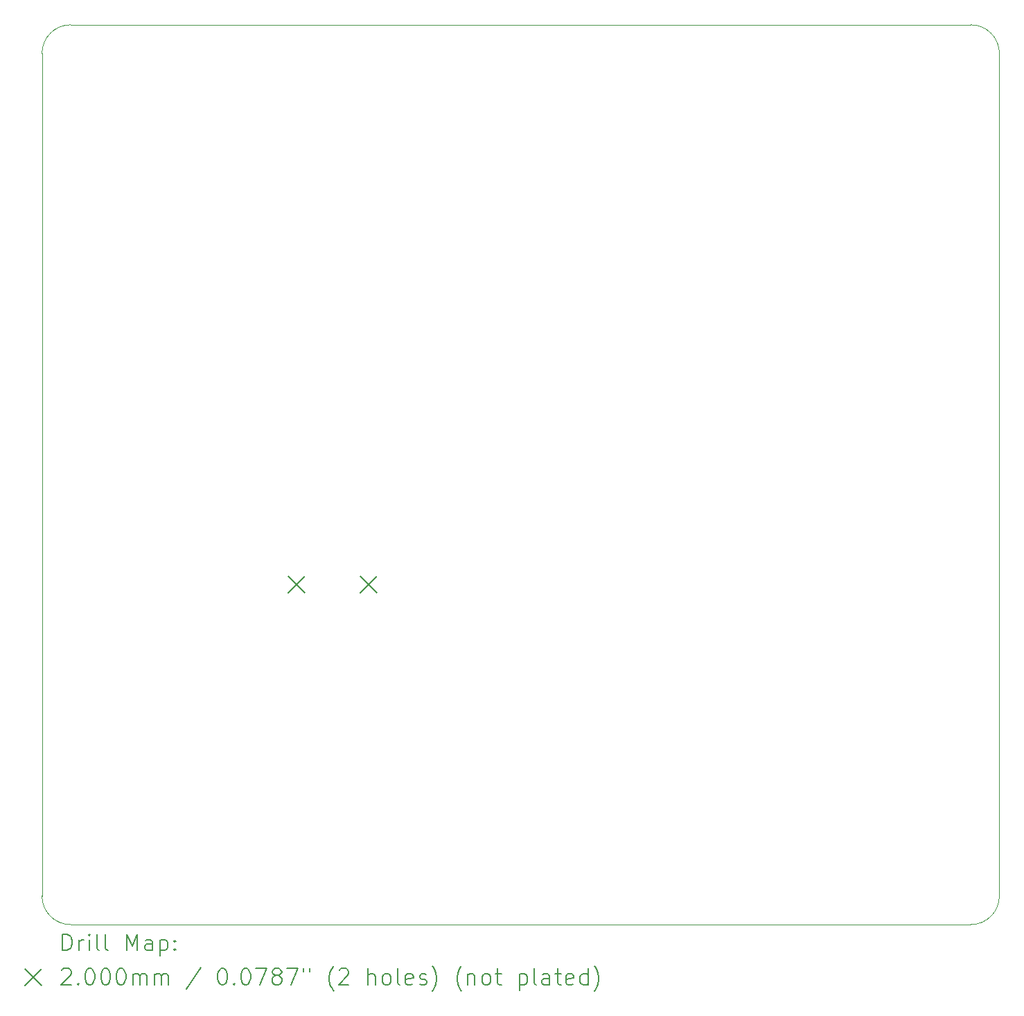
<source format=gbr>
%FSLAX45Y45*%
G04 Gerber Fmt 4.5, Leading zero omitted, Abs format (unit mm)*
G04 Created by KiCad (PCBNEW 6.0.5-a6ca702e91~116~ubuntu20.04.1) date 2022-05-31 08:03:51*
%MOMM*%
%LPD*%
G01*
G04 APERTURE LIST*
%TA.AperFunction,Profile*%
%ADD10C,0.100000*%
%TD*%
%ADD11C,0.200000*%
G04 APERTURE END LIST*
D10*
X12050000Y-14650000D02*
G75*
G03*
X12400000Y-15000000I350000J0D01*
G01*
X23400000Y-15000000D02*
G75*
G03*
X23750000Y-14650000I0J350000D01*
G01*
X23750000Y-4350000D02*
G75*
G03*
X23400000Y-4000000I-350000J0D01*
G01*
X12400000Y-4000000D02*
G75*
G03*
X12050000Y-4350000I0J-350000D01*
G01*
X23400000Y-4000000D02*
X12400000Y-4000000D01*
X23750000Y-14650000D02*
X23750000Y-4350000D01*
X12400000Y-15000000D02*
X23400000Y-15000000D01*
X12050000Y-4350000D02*
X12050000Y-14650000D01*
D11*
X15060000Y-10745000D02*
X15260000Y-10945000D01*
X15260000Y-10745000D02*
X15060000Y-10945000D01*
X15940000Y-10745000D02*
X16140000Y-10945000D01*
X16140000Y-10745000D02*
X15940000Y-10945000D01*
X12302619Y-15315476D02*
X12302619Y-15115476D01*
X12350238Y-15115476D01*
X12378809Y-15125000D01*
X12397857Y-15144048D01*
X12407381Y-15163095D01*
X12416905Y-15201190D01*
X12416905Y-15229762D01*
X12407381Y-15267857D01*
X12397857Y-15286905D01*
X12378809Y-15305952D01*
X12350238Y-15315476D01*
X12302619Y-15315476D01*
X12502619Y-15315476D02*
X12502619Y-15182143D01*
X12502619Y-15220238D02*
X12512143Y-15201190D01*
X12521667Y-15191667D01*
X12540714Y-15182143D01*
X12559762Y-15182143D01*
X12626428Y-15315476D02*
X12626428Y-15182143D01*
X12626428Y-15115476D02*
X12616905Y-15125000D01*
X12626428Y-15134524D01*
X12635952Y-15125000D01*
X12626428Y-15115476D01*
X12626428Y-15134524D01*
X12750238Y-15315476D02*
X12731190Y-15305952D01*
X12721667Y-15286905D01*
X12721667Y-15115476D01*
X12855000Y-15315476D02*
X12835952Y-15305952D01*
X12826428Y-15286905D01*
X12826428Y-15115476D01*
X13083571Y-15315476D02*
X13083571Y-15115476D01*
X13150238Y-15258333D01*
X13216905Y-15115476D01*
X13216905Y-15315476D01*
X13397857Y-15315476D02*
X13397857Y-15210714D01*
X13388333Y-15191667D01*
X13369286Y-15182143D01*
X13331190Y-15182143D01*
X13312143Y-15191667D01*
X13397857Y-15305952D02*
X13378809Y-15315476D01*
X13331190Y-15315476D01*
X13312143Y-15305952D01*
X13302619Y-15286905D01*
X13302619Y-15267857D01*
X13312143Y-15248809D01*
X13331190Y-15239286D01*
X13378809Y-15239286D01*
X13397857Y-15229762D01*
X13493095Y-15182143D02*
X13493095Y-15382143D01*
X13493095Y-15191667D02*
X13512143Y-15182143D01*
X13550238Y-15182143D01*
X13569286Y-15191667D01*
X13578809Y-15201190D01*
X13588333Y-15220238D01*
X13588333Y-15277381D01*
X13578809Y-15296428D01*
X13569286Y-15305952D01*
X13550238Y-15315476D01*
X13512143Y-15315476D01*
X13493095Y-15305952D01*
X13674048Y-15296428D02*
X13683571Y-15305952D01*
X13674048Y-15315476D01*
X13664524Y-15305952D01*
X13674048Y-15296428D01*
X13674048Y-15315476D01*
X13674048Y-15191667D02*
X13683571Y-15201190D01*
X13674048Y-15210714D01*
X13664524Y-15201190D01*
X13674048Y-15191667D01*
X13674048Y-15210714D01*
X11845000Y-15545000D02*
X12045000Y-15745000D01*
X12045000Y-15545000D02*
X11845000Y-15745000D01*
X12293095Y-15554524D02*
X12302619Y-15545000D01*
X12321667Y-15535476D01*
X12369286Y-15535476D01*
X12388333Y-15545000D01*
X12397857Y-15554524D01*
X12407381Y-15573571D01*
X12407381Y-15592619D01*
X12397857Y-15621190D01*
X12283571Y-15735476D01*
X12407381Y-15735476D01*
X12493095Y-15716428D02*
X12502619Y-15725952D01*
X12493095Y-15735476D01*
X12483571Y-15725952D01*
X12493095Y-15716428D01*
X12493095Y-15735476D01*
X12626428Y-15535476D02*
X12645476Y-15535476D01*
X12664524Y-15545000D01*
X12674048Y-15554524D01*
X12683571Y-15573571D01*
X12693095Y-15611667D01*
X12693095Y-15659286D01*
X12683571Y-15697381D01*
X12674048Y-15716428D01*
X12664524Y-15725952D01*
X12645476Y-15735476D01*
X12626428Y-15735476D01*
X12607381Y-15725952D01*
X12597857Y-15716428D01*
X12588333Y-15697381D01*
X12578809Y-15659286D01*
X12578809Y-15611667D01*
X12588333Y-15573571D01*
X12597857Y-15554524D01*
X12607381Y-15545000D01*
X12626428Y-15535476D01*
X12816905Y-15535476D02*
X12835952Y-15535476D01*
X12855000Y-15545000D01*
X12864524Y-15554524D01*
X12874048Y-15573571D01*
X12883571Y-15611667D01*
X12883571Y-15659286D01*
X12874048Y-15697381D01*
X12864524Y-15716428D01*
X12855000Y-15725952D01*
X12835952Y-15735476D01*
X12816905Y-15735476D01*
X12797857Y-15725952D01*
X12788333Y-15716428D01*
X12778809Y-15697381D01*
X12769286Y-15659286D01*
X12769286Y-15611667D01*
X12778809Y-15573571D01*
X12788333Y-15554524D01*
X12797857Y-15545000D01*
X12816905Y-15535476D01*
X13007381Y-15535476D02*
X13026428Y-15535476D01*
X13045476Y-15545000D01*
X13055000Y-15554524D01*
X13064524Y-15573571D01*
X13074048Y-15611667D01*
X13074048Y-15659286D01*
X13064524Y-15697381D01*
X13055000Y-15716428D01*
X13045476Y-15725952D01*
X13026428Y-15735476D01*
X13007381Y-15735476D01*
X12988333Y-15725952D01*
X12978809Y-15716428D01*
X12969286Y-15697381D01*
X12959762Y-15659286D01*
X12959762Y-15611667D01*
X12969286Y-15573571D01*
X12978809Y-15554524D01*
X12988333Y-15545000D01*
X13007381Y-15535476D01*
X13159762Y-15735476D02*
X13159762Y-15602143D01*
X13159762Y-15621190D02*
X13169286Y-15611667D01*
X13188333Y-15602143D01*
X13216905Y-15602143D01*
X13235952Y-15611667D01*
X13245476Y-15630714D01*
X13245476Y-15735476D01*
X13245476Y-15630714D02*
X13255000Y-15611667D01*
X13274048Y-15602143D01*
X13302619Y-15602143D01*
X13321667Y-15611667D01*
X13331190Y-15630714D01*
X13331190Y-15735476D01*
X13426428Y-15735476D02*
X13426428Y-15602143D01*
X13426428Y-15621190D02*
X13435952Y-15611667D01*
X13455000Y-15602143D01*
X13483571Y-15602143D01*
X13502619Y-15611667D01*
X13512143Y-15630714D01*
X13512143Y-15735476D01*
X13512143Y-15630714D02*
X13521667Y-15611667D01*
X13540714Y-15602143D01*
X13569286Y-15602143D01*
X13588333Y-15611667D01*
X13597857Y-15630714D01*
X13597857Y-15735476D01*
X13988333Y-15525952D02*
X13816905Y-15783095D01*
X14245476Y-15535476D02*
X14264524Y-15535476D01*
X14283571Y-15545000D01*
X14293095Y-15554524D01*
X14302619Y-15573571D01*
X14312143Y-15611667D01*
X14312143Y-15659286D01*
X14302619Y-15697381D01*
X14293095Y-15716428D01*
X14283571Y-15725952D01*
X14264524Y-15735476D01*
X14245476Y-15735476D01*
X14226428Y-15725952D01*
X14216905Y-15716428D01*
X14207381Y-15697381D01*
X14197857Y-15659286D01*
X14197857Y-15611667D01*
X14207381Y-15573571D01*
X14216905Y-15554524D01*
X14226428Y-15545000D01*
X14245476Y-15535476D01*
X14397857Y-15716428D02*
X14407381Y-15725952D01*
X14397857Y-15735476D01*
X14388333Y-15725952D01*
X14397857Y-15716428D01*
X14397857Y-15735476D01*
X14531190Y-15535476D02*
X14550238Y-15535476D01*
X14569286Y-15545000D01*
X14578809Y-15554524D01*
X14588333Y-15573571D01*
X14597857Y-15611667D01*
X14597857Y-15659286D01*
X14588333Y-15697381D01*
X14578809Y-15716428D01*
X14569286Y-15725952D01*
X14550238Y-15735476D01*
X14531190Y-15735476D01*
X14512143Y-15725952D01*
X14502619Y-15716428D01*
X14493095Y-15697381D01*
X14483571Y-15659286D01*
X14483571Y-15611667D01*
X14493095Y-15573571D01*
X14502619Y-15554524D01*
X14512143Y-15545000D01*
X14531190Y-15535476D01*
X14664524Y-15535476D02*
X14797857Y-15535476D01*
X14712143Y-15735476D01*
X14902619Y-15621190D02*
X14883571Y-15611667D01*
X14874048Y-15602143D01*
X14864524Y-15583095D01*
X14864524Y-15573571D01*
X14874048Y-15554524D01*
X14883571Y-15545000D01*
X14902619Y-15535476D01*
X14940714Y-15535476D01*
X14959762Y-15545000D01*
X14969286Y-15554524D01*
X14978809Y-15573571D01*
X14978809Y-15583095D01*
X14969286Y-15602143D01*
X14959762Y-15611667D01*
X14940714Y-15621190D01*
X14902619Y-15621190D01*
X14883571Y-15630714D01*
X14874048Y-15640238D01*
X14864524Y-15659286D01*
X14864524Y-15697381D01*
X14874048Y-15716428D01*
X14883571Y-15725952D01*
X14902619Y-15735476D01*
X14940714Y-15735476D01*
X14959762Y-15725952D01*
X14969286Y-15716428D01*
X14978809Y-15697381D01*
X14978809Y-15659286D01*
X14969286Y-15640238D01*
X14959762Y-15630714D01*
X14940714Y-15621190D01*
X15045476Y-15535476D02*
X15178809Y-15535476D01*
X15093095Y-15735476D01*
X15245476Y-15535476D02*
X15245476Y-15573571D01*
X15321667Y-15535476D02*
X15321667Y-15573571D01*
X15616905Y-15811667D02*
X15607381Y-15802143D01*
X15588333Y-15773571D01*
X15578809Y-15754524D01*
X15569286Y-15725952D01*
X15559762Y-15678333D01*
X15559762Y-15640238D01*
X15569286Y-15592619D01*
X15578809Y-15564048D01*
X15588333Y-15545000D01*
X15607381Y-15516428D01*
X15616905Y-15506905D01*
X15683571Y-15554524D02*
X15693095Y-15545000D01*
X15712143Y-15535476D01*
X15759762Y-15535476D01*
X15778809Y-15545000D01*
X15788333Y-15554524D01*
X15797857Y-15573571D01*
X15797857Y-15592619D01*
X15788333Y-15621190D01*
X15674048Y-15735476D01*
X15797857Y-15735476D01*
X16035952Y-15735476D02*
X16035952Y-15535476D01*
X16121667Y-15735476D02*
X16121667Y-15630714D01*
X16112143Y-15611667D01*
X16093095Y-15602143D01*
X16064524Y-15602143D01*
X16045476Y-15611667D01*
X16035952Y-15621190D01*
X16245476Y-15735476D02*
X16226428Y-15725952D01*
X16216905Y-15716428D01*
X16207381Y-15697381D01*
X16207381Y-15640238D01*
X16216905Y-15621190D01*
X16226428Y-15611667D01*
X16245476Y-15602143D01*
X16274048Y-15602143D01*
X16293095Y-15611667D01*
X16302619Y-15621190D01*
X16312143Y-15640238D01*
X16312143Y-15697381D01*
X16302619Y-15716428D01*
X16293095Y-15725952D01*
X16274048Y-15735476D01*
X16245476Y-15735476D01*
X16426428Y-15735476D02*
X16407381Y-15725952D01*
X16397857Y-15706905D01*
X16397857Y-15535476D01*
X16578809Y-15725952D02*
X16559762Y-15735476D01*
X16521667Y-15735476D01*
X16502619Y-15725952D01*
X16493095Y-15706905D01*
X16493095Y-15630714D01*
X16502619Y-15611667D01*
X16521667Y-15602143D01*
X16559762Y-15602143D01*
X16578809Y-15611667D01*
X16588333Y-15630714D01*
X16588333Y-15649762D01*
X16493095Y-15668809D01*
X16664524Y-15725952D02*
X16683571Y-15735476D01*
X16721667Y-15735476D01*
X16740714Y-15725952D01*
X16750238Y-15706905D01*
X16750238Y-15697381D01*
X16740714Y-15678333D01*
X16721667Y-15668809D01*
X16693095Y-15668809D01*
X16674048Y-15659286D01*
X16664524Y-15640238D01*
X16664524Y-15630714D01*
X16674048Y-15611667D01*
X16693095Y-15602143D01*
X16721667Y-15602143D01*
X16740714Y-15611667D01*
X16816905Y-15811667D02*
X16826429Y-15802143D01*
X16845476Y-15773571D01*
X16855000Y-15754524D01*
X16864524Y-15725952D01*
X16874048Y-15678333D01*
X16874048Y-15640238D01*
X16864524Y-15592619D01*
X16855000Y-15564048D01*
X16845476Y-15545000D01*
X16826429Y-15516428D01*
X16816905Y-15506905D01*
X17178810Y-15811667D02*
X17169286Y-15802143D01*
X17150238Y-15773571D01*
X17140714Y-15754524D01*
X17131190Y-15725952D01*
X17121667Y-15678333D01*
X17121667Y-15640238D01*
X17131190Y-15592619D01*
X17140714Y-15564048D01*
X17150238Y-15545000D01*
X17169286Y-15516428D01*
X17178810Y-15506905D01*
X17255000Y-15602143D02*
X17255000Y-15735476D01*
X17255000Y-15621190D02*
X17264524Y-15611667D01*
X17283571Y-15602143D01*
X17312143Y-15602143D01*
X17331190Y-15611667D01*
X17340714Y-15630714D01*
X17340714Y-15735476D01*
X17464524Y-15735476D02*
X17445476Y-15725952D01*
X17435952Y-15716428D01*
X17426429Y-15697381D01*
X17426429Y-15640238D01*
X17435952Y-15621190D01*
X17445476Y-15611667D01*
X17464524Y-15602143D01*
X17493095Y-15602143D01*
X17512143Y-15611667D01*
X17521667Y-15621190D01*
X17531190Y-15640238D01*
X17531190Y-15697381D01*
X17521667Y-15716428D01*
X17512143Y-15725952D01*
X17493095Y-15735476D01*
X17464524Y-15735476D01*
X17588333Y-15602143D02*
X17664524Y-15602143D01*
X17616905Y-15535476D02*
X17616905Y-15706905D01*
X17626429Y-15725952D01*
X17645476Y-15735476D01*
X17664524Y-15735476D01*
X17883571Y-15602143D02*
X17883571Y-15802143D01*
X17883571Y-15611667D02*
X17902619Y-15602143D01*
X17940714Y-15602143D01*
X17959762Y-15611667D01*
X17969286Y-15621190D01*
X17978810Y-15640238D01*
X17978810Y-15697381D01*
X17969286Y-15716428D01*
X17959762Y-15725952D01*
X17940714Y-15735476D01*
X17902619Y-15735476D01*
X17883571Y-15725952D01*
X18093095Y-15735476D02*
X18074048Y-15725952D01*
X18064524Y-15706905D01*
X18064524Y-15535476D01*
X18255000Y-15735476D02*
X18255000Y-15630714D01*
X18245476Y-15611667D01*
X18226429Y-15602143D01*
X18188333Y-15602143D01*
X18169286Y-15611667D01*
X18255000Y-15725952D02*
X18235952Y-15735476D01*
X18188333Y-15735476D01*
X18169286Y-15725952D01*
X18159762Y-15706905D01*
X18159762Y-15687857D01*
X18169286Y-15668809D01*
X18188333Y-15659286D01*
X18235952Y-15659286D01*
X18255000Y-15649762D01*
X18321667Y-15602143D02*
X18397857Y-15602143D01*
X18350238Y-15535476D02*
X18350238Y-15706905D01*
X18359762Y-15725952D01*
X18378810Y-15735476D01*
X18397857Y-15735476D01*
X18540714Y-15725952D02*
X18521667Y-15735476D01*
X18483571Y-15735476D01*
X18464524Y-15725952D01*
X18455000Y-15706905D01*
X18455000Y-15630714D01*
X18464524Y-15611667D01*
X18483571Y-15602143D01*
X18521667Y-15602143D01*
X18540714Y-15611667D01*
X18550238Y-15630714D01*
X18550238Y-15649762D01*
X18455000Y-15668809D01*
X18721667Y-15735476D02*
X18721667Y-15535476D01*
X18721667Y-15725952D02*
X18702619Y-15735476D01*
X18664524Y-15735476D01*
X18645476Y-15725952D01*
X18635952Y-15716428D01*
X18626429Y-15697381D01*
X18626429Y-15640238D01*
X18635952Y-15621190D01*
X18645476Y-15611667D01*
X18664524Y-15602143D01*
X18702619Y-15602143D01*
X18721667Y-15611667D01*
X18797857Y-15811667D02*
X18807381Y-15802143D01*
X18826429Y-15773571D01*
X18835952Y-15754524D01*
X18845476Y-15725952D01*
X18855000Y-15678333D01*
X18855000Y-15640238D01*
X18845476Y-15592619D01*
X18835952Y-15564048D01*
X18826429Y-15545000D01*
X18807381Y-15516428D01*
X18797857Y-15506905D01*
M02*

</source>
